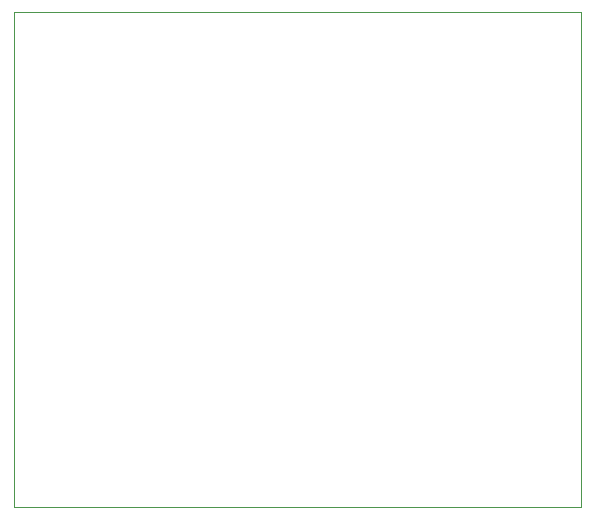
<source format=gbr>
%TF.GenerationSoftware,KiCad,Pcbnew,9.0.2*%
%TF.CreationDate,2025-12-15T21:59:35+00:00*%
%TF.ProjectId,simulador-semaforo,73696d75-6c61-4646-9f72-2d73656d6166,1.0*%
%TF.SameCoordinates,Original*%
%TF.FileFunction,Profile,NP*%
%FSLAX46Y46*%
G04 Gerber Fmt 4.6, Leading zero omitted, Abs format (unit mm)*
G04 Created by KiCad (PCBNEW 9.0.2) date 2025-12-15 21:59:35*
%MOMM*%
%LPD*%
G01*
G04 APERTURE LIST*
%TA.AperFunction,Profile*%
%ADD10C,0.050000*%
%TD*%
G04 APERTURE END LIST*
D10*
X135600000Y-43400000D02*
X183600000Y-43400000D01*
X183600000Y-85300000D01*
X135600000Y-85300000D01*
X135600000Y-43400000D01*
M02*

</source>
